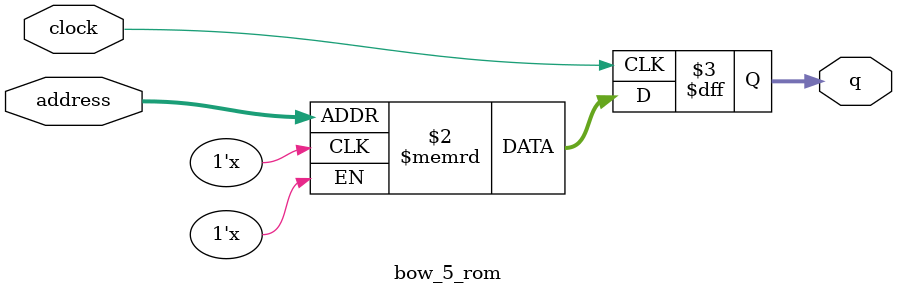
<source format=sv>
module bow_5_rom (
	input logic clock,
	input logic [16:0] address,
	output logic [2:0] q
);

logic [2:0] memory [0:125759] /* synthesis ram_init_file = "./bow_5/bow_5.mif" */;

always_ff @ (posedge clock) begin
	q <= memory[address];
end

endmodule

</source>
